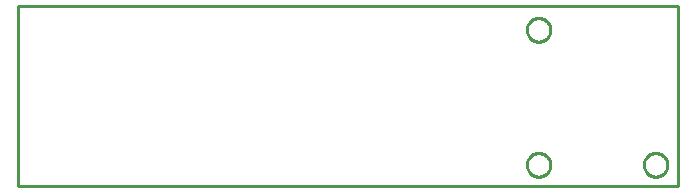
<source format=gko>
G04 EAGLE Gerber RS-274X export*
G75*
%MOMM*%
%FSLAX34Y34*%
%LPD*%
%INOutline GKO*%
%IPPOS*%
%AMOC8*
5,1,8,0,0,1.08239X$1,22.5*%
G01*
%ADD10C,0.254000*%


D10*
X0Y0D02*
X558800Y0D01*
X558800Y152400D01*
X0Y152400D01*
X0Y0D01*
X549750Y17343D02*
X549674Y16474D01*
X549522Y15614D01*
X549296Y14770D01*
X548998Y13950D01*
X548629Y13158D01*
X548192Y12402D01*
X547691Y11687D01*
X547130Y11018D01*
X546512Y10400D01*
X545843Y9839D01*
X545128Y9338D01*
X544372Y8901D01*
X543580Y8532D01*
X542760Y8234D01*
X541916Y8008D01*
X541057Y7856D01*
X540187Y7780D01*
X539313Y7780D01*
X538444Y7856D01*
X537584Y8008D01*
X536740Y8234D01*
X535920Y8532D01*
X535128Y8901D01*
X534372Y9338D01*
X533657Y9839D01*
X532988Y10400D01*
X532370Y11018D01*
X531809Y11687D01*
X531308Y12402D01*
X530871Y13158D01*
X530502Y13950D01*
X530204Y14770D01*
X529978Y15614D01*
X529826Y16474D01*
X529750Y17343D01*
X529750Y18217D01*
X529826Y19087D01*
X529978Y19946D01*
X530204Y20790D01*
X530502Y21610D01*
X530871Y22402D01*
X531308Y23158D01*
X531809Y23873D01*
X532370Y24542D01*
X532988Y25160D01*
X533657Y25721D01*
X534372Y26222D01*
X535128Y26659D01*
X535920Y27028D01*
X536740Y27326D01*
X537584Y27552D01*
X538444Y27704D01*
X539313Y27780D01*
X540187Y27780D01*
X541057Y27704D01*
X541916Y27552D01*
X542760Y27326D01*
X543580Y27028D01*
X544372Y26659D01*
X545128Y26222D01*
X545843Y25721D01*
X546512Y25160D01*
X547130Y24542D01*
X547691Y23873D01*
X548192Y23158D01*
X548629Y22402D01*
X548998Y21610D01*
X549296Y20790D01*
X549522Y19946D01*
X549674Y19087D01*
X549750Y18217D01*
X549750Y17343D01*
X450690Y17343D02*
X450614Y16474D01*
X450462Y15614D01*
X450236Y14770D01*
X449938Y13950D01*
X449569Y13158D01*
X449132Y12402D01*
X448631Y11687D01*
X448070Y11018D01*
X447452Y10400D01*
X446783Y9839D01*
X446068Y9338D01*
X445312Y8901D01*
X444520Y8532D01*
X443700Y8234D01*
X442856Y8008D01*
X441997Y7856D01*
X441127Y7780D01*
X440253Y7780D01*
X439384Y7856D01*
X438524Y8008D01*
X437680Y8234D01*
X436860Y8532D01*
X436068Y8901D01*
X435312Y9338D01*
X434597Y9839D01*
X433928Y10400D01*
X433310Y11018D01*
X432749Y11687D01*
X432248Y12402D01*
X431811Y13158D01*
X431442Y13950D01*
X431144Y14770D01*
X430918Y15614D01*
X430766Y16474D01*
X430690Y17343D01*
X430690Y18217D01*
X430766Y19087D01*
X430918Y19946D01*
X431144Y20790D01*
X431442Y21610D01*
X431811Y22402D01*
X432248Y23158D01*
X432749Y23873D01*
X433310Y24542D01*
X433928Y25160D01*
X434597Y25721D01*
X435312Y26222D01*
X436068Y26659D01*
X436860Y27028D01*
X437680Y27326D01*
X438524Y27552D01*
X439384Y27704D01*
X440253Y27780D01*
X441127Y27780D01*
X441997Y27704D01*
X442856Y27552D01*
X443700Y27326D01*
X444520Y27028D01*
X445312Y26659D01*
X446068Y26222D01*
X446783Y25721D01*
X447452Y25160D01*
X448070Y24542D01*
X448631Y23873D01*
X449132Y23158D01*
X449569Y22402D01*
X449938Y21610D01*
X450236Y20790D01*
X450462Y19946D01*
X450614Y19087D01*
X450690Y18217D01*
X450690Y17343D01*
X450690Y131643D02*
X450614Y130774D01*
X450462Y129914D01*
X450236Y129070D01*
X449938Y128250D01*
X449569Y127458D01*
X449132Y126702D01*
X448631Y125987D01*
X448070Y125318D01*
X447452Y124700D01*
X446783Y124139D01*
X446068Y123638D01*
X445312Y123201D01*
X444520Y122832D01*
X443700Y122534D01*
X442856Y122308D01*
X441997Y122156D01*
X441127Y122080D01*
X440253Y122080D01*
X439384Y122156D01*
X438524Y122308D01*
X437680Y122534D01*
X436860Y122832D01*
X436068Y123201D01*
X435312Y123638D01*
X434597Y124139D01*
X433928Y124700D01*
X433310Y125318D01*
X432749Y125987D01*
X432248Y126702D01*
X431811Y127458D01*
X431442Y128250D01*
X431144Y129070D01*
X430918Y129914D01*
X430766Y130774D01*
X430690Y131643D01*
X430690Y132517D01*
X430766Y133387D01*
X430918Y134246D01*
X431144Y135090D01*
X431442Y135910D01*
X431811Y136702D01*
X432248Y137458D01*
X432749Y138173D01*
X433310Y138842D01*
X433928Y139460D01*
X434597Y140021D01*
X435312Y140522D01*
X436068Y140959D01*
X436860Y141328D01*
X437680Y141626D01*
X438524Y141852D01*
X439384Y142004D01*
X440253Y142080D01*
X441127Y142080D01*
X441997Y142004D01*
X442856Y141852D01*
X443700Y141626D01*
X444520Y141328D01*
X445312Y140959D01*
X446068Y140522D01*
X446783Y140021D01*
X447452Y139460D01*
X448070Y138842D01*
X448631Y138173D01*
X449132Y137458D01*
X449569Y136702D01*
X449938Y135910D01*
X450236Y135090D01*
X450462Y134246D01*
X450614Y133387D01*
X450690Y132517D01*
X450690Y131643D01*
M02*

</source>
